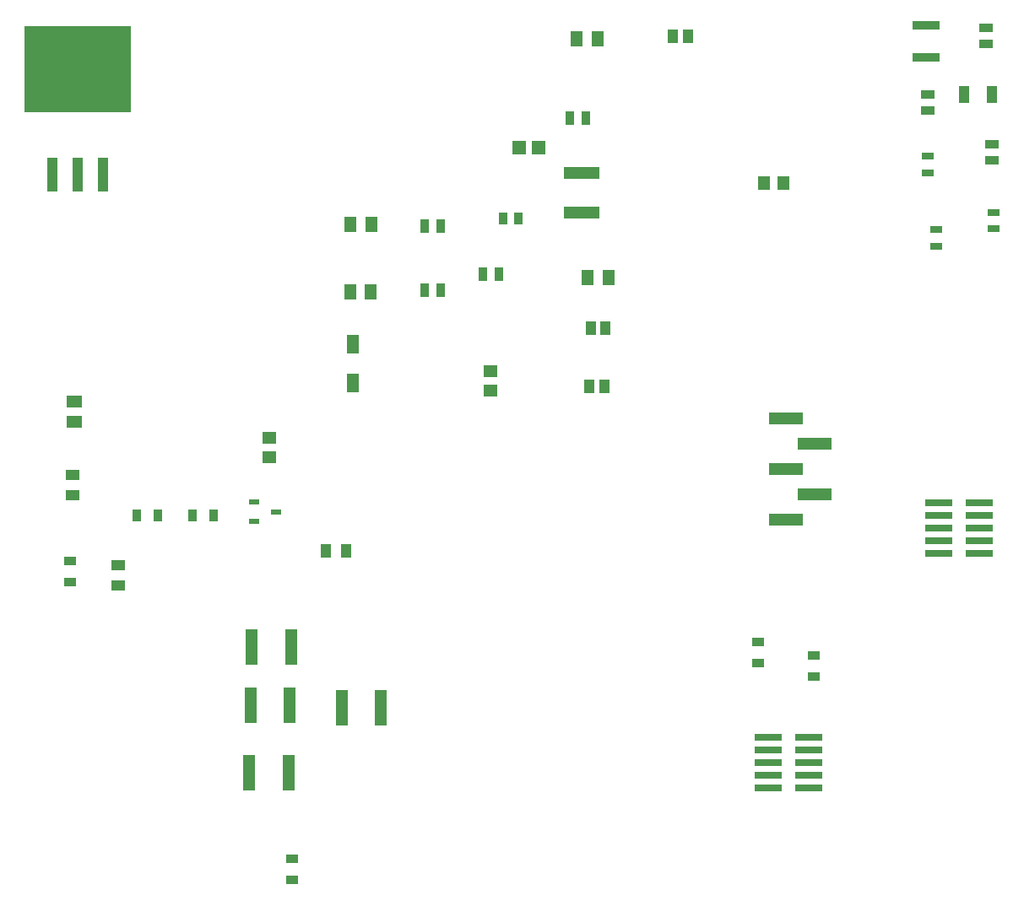
<source format=gbr>
G04*
G04 #@! TF.GenerationSoftware,Altium Limited,Altium Designer,22.4.2 (48)*
G04*
G04 Layer_Color=8421504*
%FSLAX25Y25*%
%MOIN*%
G70*
G04*
G04 #@! TF.SameCoordinates,97987FA3-2DFC-465C-9EA8-C567EA978DF9*
G04*
G04*
G04 #@! TF.FilePolarity,Positive*
G04*
G01*
G75*
%ADD16R,0.03937X0.13386*%
%ADD17R,0.42126X0.33858*%
%ADD18R,0.06102X0.04921*%
%ADD19R,0.05315X0.03937*%
%ADD20R,0.04724X0.03543*%
%ADD21R,0.03543X0.04724*%
%ADD22R,0.05756X0.04953*%
%ADD23R,0.04134X0.02362*%
%ADD24R,0.03937X0.05315*%
%ADD25R,0.04750X0.05938*%
%ADD26R,0.04953X0.05756*%
%ADD27R,0.03780X0.05472*%
%ADD28R,0.13858X0.04921*%
%ADD29R,0.03758X0.04969*%
%ADD30R,0.05333X0.05756*%
%ADD31R,0.04921X0.07677*%
%ADD32R,0.04921X0.13858*%
%ADD33R,0.10984X0.02913*%
%ADD34R,0.03937X0.05315*%
%ADD35R,0.13504X0.05000*%
%ADD36R,0.11102X0.03189*%
%ADD37R,0.04016X0.07165*%
%ADD38R,0.05151X0.02987*%
%ADD39R,0.05472X0.03780*%
D16*
X236000Y423768D02*
D03*
X246000D02*
D03*
X256000D02*
D03*
D17*
X246000Y465500D02*
D03*
D18*
X244500Y325965D02*
D03*
Y334035D02*
D03*
D19*
X262000Y261500D02*
D03*
Y269374D02*
D03*
X244000Y304874D02*
D03*
Y297000D02*
D03*
D20*
X243000Y262866D02*
D03*
Y271134D02*
D03*
X330500Y153268D02*
D03*
Y145000D02*
D03*
X514500Y230732D02*
D03*
Y239000D02*
D03*
X536500Y225366D02*
D03*
Y233634D02*
D03*
D21*
X291366Y289000D02*
D03*
X299634D02*
D03*
X269366D02*
D03*
X277634D02*
D03*
D22*
X321500Y319846D02*
D03*
Y312154D02*
D03*
X409000Y338500D02*
D03*
Y346193D02*
D03*
D23*
X315669Y294240D02*
D03*
Y286760D02*
D03*
X324331Y290500D02*
D03*
D24*
X481047Y478500D02*
D03*
X486953D02*
D03*
X453953Y340000D02*
D03*
X448047D02*
D03*
X454453Y363000D02*
D03*
X448547D02*
D03*
D25*
X451274Y477500D02*
D03*
X443000D02*
D03*
X353726Y404000D02*
D03*
X362000D02*
D03*
X353500Y377500D02*
D03*
X361774D02*
D03*
X455500Y383000D02*
D03*
X447226D02*
D03*
D26*
X524693Y420500D02*
D03*
X517000D02*
D03*
D27*
X382811Y403500D02*
D03*
X389189D02*
D03*
X446689Y446000D02*
D03*
X440311D02*
D03*
X389189Y378000D02*
D03*
X382811D02*
D03*
X412189Y384500D02*
D03*
X405811D02*
D03*
D28*
X445000Y408705D02*
D03*
Y424295D02*
D03*
D29*
X420054Y406500D02*
D03*
X413946D02*
D03*
D30*
X427842Y434500D02*
D03*
X420158D02*
D03*
D31*
X354500Y356677D02*
D03*
Y341323D02*
D03*
D32*
X350205Y213000D02*
D03*
X365795D02*
D03*
X314205Y214000D02*
D03*
X329795D02*
D03*
X313705Y187500D02*
D03*
X329295D02*
D03*
X314705Y237000D02*
D03*
X330295D02*
D03*
D33*
X534512Y201500D02*
D03*
Y196500D02*
D03*
Y191500D02*
D03*
Y186500D02*
D03*
Y181500D02*
D03*
X518488D02*
D03*
Y186500D02*
D03*
Y191500D02*
D03*
Y196500D02*
D03*
Y201500D02*
D03*
X585988Y274000D02*
D03*
Y279000D02*
D03*
Y284000D02*
D03*
Y289000D02*
D03*
Y294000D02*
D03*
X602012D02*
D03*
Y289000D02*
D03*
Y284000D02*
D03*
Y279000D02*
D03*
Y274000D02*
D03*
D34*
X351937Y275000D02*
D03*
X344063D02*
D03*
D35*
X525504Y287500D02*
D03*
X537000Y297500D02*
D03*
X525504Y307500D02*
D03*
X537000Y317500D02*
D03*
X525504Y327500D02*
D03*
D36*
X581000Y470000D02*
D03*
Y482598D02*
D03*
D37*
X595988Y455500D02*
D03*
X607012D02*
D03*
D38*
X585000Y402000D02*
D03*
Y395491D02*
D03*
X607500Y408755D02*
D03*
Y402245D02*
D03*
X581500Y431000D02*
D03*
Y424491D02*
D03*
D39*
X607000Y435689D02*
D03*
Y429311D02*
D03*
X581500Y449000D02*
D03*
Y455378D02*
D03*
X604500Y481689D02*
D03*
Y475311D02*
D03*
M02*

</source>
